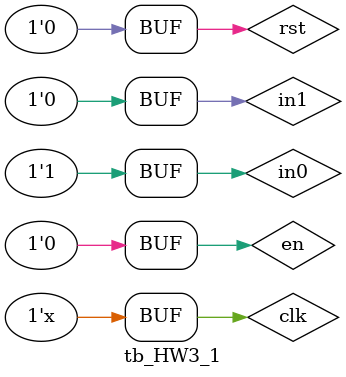
<source format=v>
`timescale 100ps / 10ps


module tb_HW3_1;

	// Inputs
	reg [0:0] in0;
	reg [0:0] in1;
	wire [0:0] out;
	wire [0:0] outbar;
	reg en;
	reg clk, rst;
	

	// Instantiate the Unit Under Test (UUT)
	HW3_1 #(.SZE(1)) uut (
		.in0(in0), 
		.in1(in1),
		.en(en),
		.clk(clk),
		.rst(rst),
		.out(out),
		.outbar(outbar)
	);

	initial begin
		// Initialize Inputs
		in0 = 1'b1;
		in1 = 1'b0;
		en = 1'b1;
		//out = 1'b0;
		//outbar = 1'b0;
		// Wait 100 ns for global reset to finish
		rst = 1;
		clk = 1;
		#10 rst = 0;
		#100 en = 0;
        
		// Add stimulus here
		
	end
	
	always begin
		#5 clk = ~clk;
		//#20 rst = ~rst;
	end
	
	/*always @(posedge clk or posedge rst)
	begin
	
   end */
	
endmodule


</source>
